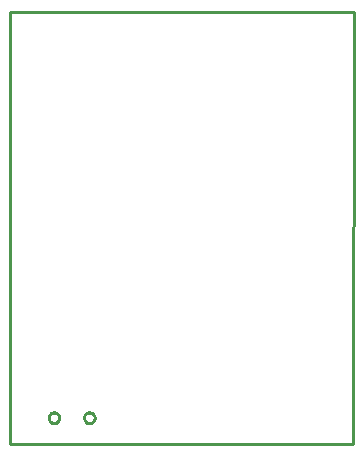
<source format=gbr>
G04 EAGLE Gerber RS-274X export*
G75*
%MOMM*%
%FSLAX34Y34*%
%LPD*%
%IN*%
%IPPOS*%
%AMOC8*
5,1,8,0,0,1.08239X$1,22.5*%
G01*
%ADD10C,0.254000*%


D10*
X0Y0D02*
X290000Y0D01*
X290930Y365400D01*
X0Y365400D01*
X0Y0D01*
X41570Y21595D02*
X41493Y21010D01*
X41340Y20440D01*
X41115Y19895D01*
X40820Y19385D01*
X40461Y18917D01*
X40043Y18499D01*
X39575Y18140D01*
X39065Y17845D01*
X38520Y17620D01*
X37950Y17467D01*
X37365Y17390D01*
X36775Y17390D01*
X36190Y17467D01*
X35620Y17620D01*
X35075Y17845D01*
X34565Y18140D01*
X34097Y18499D01*
X33679Y18917D01*
X33320Y19385D01*
X33025Y19895D01*
X32800Y20440D01*
X32647Y21010D01*
X32570Y21595D01*
X32570Y22185D01*
X32647Y22770D01*
X32800Y23340D01*
X33025Y23885D01*
X33320Y24395D01*
X33679Y24863D01*
X34097Y25281D01*
X34565Y25640D01*
X35075Y25935D01*
X35620Y26160D01*
X36190Y26313D01*
X36775Y26390D01*
X37365Y26390D01*
X37950Y26313D01*
X38520Y26160D01*
X39065Y25935D01*
X39575Y25640D01*
X40043Y25281D01*
X40461Y24863D01*
X40820Y24395D01*
X41115Y23885D01*
X41340Y23340D01*
X41493Y22770D01*
X41570Y22185D01*
X41570Y21595D01*
X71570Y21595D02*
X71493Y21010D01*
X71340Y20440D01*
X71115Y19895D01*
X70820Y19385D01*
X70461Y18917D01*
X70043Y18499D01*
X69575Y18140D01*
X69065Y17845D01*
X68520Y17620D01*
X67950Y17467D01*
X67365Y17390D01*
X66775Y17390D01*
X66190Y17467D01*
X65620Y17620D01*
X65075Y17845D01*
X64565Y18140D01*
X64097Y18499D01*
X63679Y18917D01*
X63320Y19385D01*
X63025Y19895D01*
X62800Y20440D01*
X62647Y21010D01*
X62570Y21595D01*
X62570Y22185D01*
X62647Y22770D01*
X62800Y23340D01*
X63025Y23885D01*
X63320Y24395D01*
X63679Y24863D01*
X64097Y25281D01*
X64565Y25640D01*
X65075Y25935D01*
X65620Y26160D01*
X66190Y26313D01*
X66775Y26390D01*
X67365Y26390D01*
X67950Y26313D01*
X68520Y26160D01*
X69065Y25935D01*
X69575Y25640D01*
X70043Y25281D01*
X70461Y24863D01*
X70820Y24395D01*
X71115Y23885D01*
X71340Y23340D01*
X71493Y22770D01*
X71570Y22185D01*
X71570Y21595D01*
M02*

</source>
